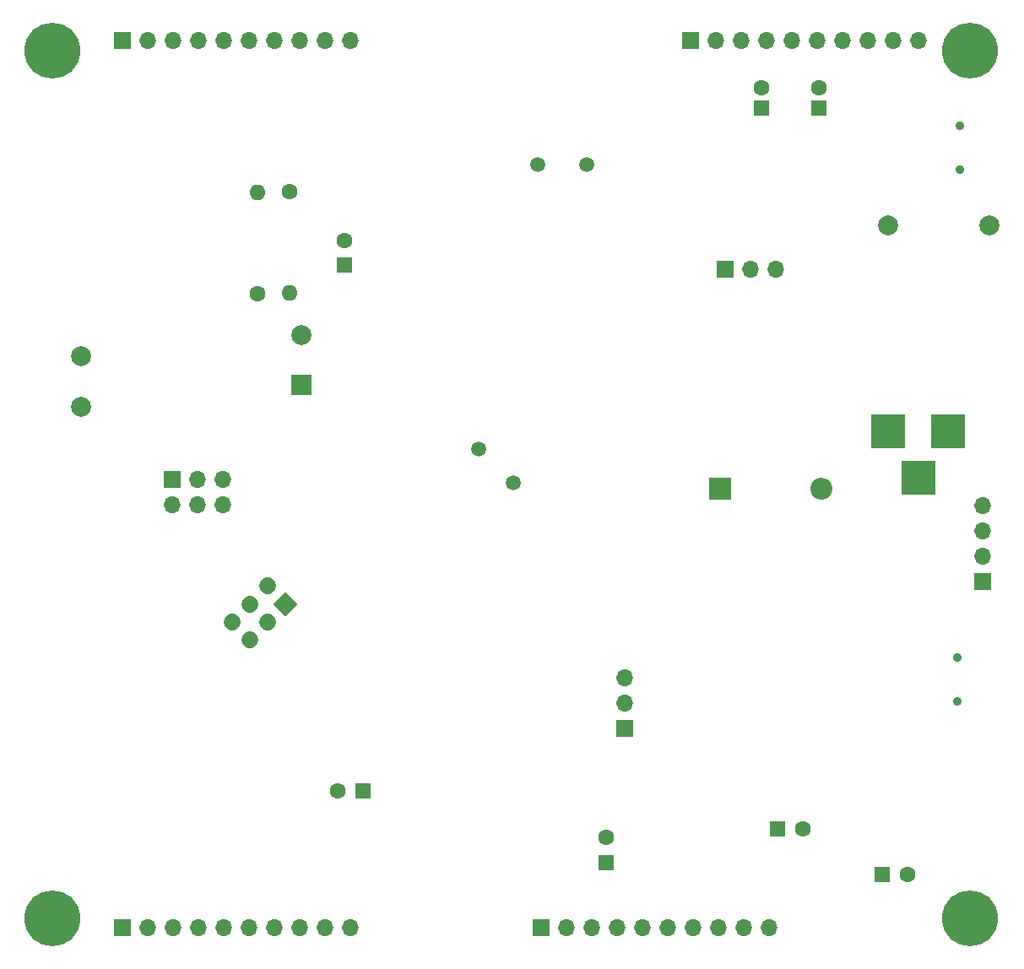
<source format=gbs>
G04 #@! TF.FileFunction,Soldermask,Bot*
%FSLAX46Y46*%
G04 Gerber Fmt 4.6, Leading zero omitted, Abs format (unit mm)*
G04 Created by KiCad (PCBNEW 4.0.7) date 07/03/20 06:06:01*
%MOMM*%
%LPD*%
G01*
G04 APERTURE LIST*
%ADD10C,0.100000*%
%ADD11C,1.600000*%
%ADD12O,1.600000X1.600000*%
%ADD13R,2.000000X2.000000*%
%ADD14C,2.000000*%
%ADD15C,1.998980*%
%ADD16C,5.600000*%
%ADD17R,3.500000X3.500000*%
%ADD18R,1.600000X1.600000*%
%ADD19R,1.700000X1.700000*%
%ADD20O,1.700000X1.700000*%
%ADD21C,0.900000*%
%ADD22C,1.501140*%
%ADD23C,1.700000*%
%ADD24R,2.200000X2.200000*%
%ADD25O,2.200000X2.200000*%
G04 APERTURE END LIST*
D10*
D11*
X139620000Y-68370000D03*
D12*
X139620000Y-58210000D03*
D13*
X143960000Y-77510000D03*
D14*
X143960000Y-72510000D03*
D11*
X142810000Y-58170000D03*
D12*
X142810000Y-68330000D03*
D15*
X121920000Y-74676000D03*
X121920000Y-79756000D03*
D16*
X211000000Y-44000000D03*
X119000000Y-44000000D03*
X119000000Y-131000000D03*
X211000000Y-131000000D03*
D15*
X213001260Y-61490000D03*
X202841260Y-61490000D03*
D17*
X202850000Y-82150000D03*
X208850000Y-82150000D03*
X205850000Y-86850000D03*
D18*
X195850000Y-49740000D03*
D11*
X195850000Y-47740000D03*
D18*
X148336000Y-65532000D03*
D11*
X148336000Y-63032000D03*
D18*
X190140000Y-49740000D03*
D11*
X190140000Y-47740000D03*
D19*
X183000000Y-43000000D03*
D20*
X185540000Y-43000000D03*
X188080000Y-43000000D03*
X190620000Y-43000000D03*
X193160000Y-43000000D03*
X195700000Y-43000000D03*
X198240000Y-43000000D03*
X200780000Y-43000000D03*
X203320000Y-43000000D03*
X205860000Y-43000000D03*
D19*
X168000000Y-132000000D03*
D20*
X170540000Y-132000000D03*
X173080000Y-132000000D03*
X175620000Y-132000000D03*
X178160000Y-132000000D03*
X180700000Y-132000000D03*
X183240000Y-132000000D03*
X185780000Y-132000000D03*
X188320000Y-132000000D03*
X190860000Y-132000000D03*
D19*
X126000000Y-132000000D03*
D20*
X128540000Y-132000000D03*
X131080000Y-132000000D03*
X133620000Y-132000000D03*
X136160000Y-132000000D03*
X138700000Y-132000000D03*
X141240000Y-132000000D03*
X143780000Y-132000000D03*
X146320000Y-132000000D03*
X148860000Y-132000000D03*
D19*
X126000000Y-43000000D03*
D20*
X128540000Y-43000000D03*
X131080000Y-43000000D03*
X133620000Y-43000000D03*
X136160000Y-43000000D03*
X138700000Y-43000000D03*
X141240000Y-43000000D03*
X143780000Y-43000000D03*
X146320000Y-43000000D03*
X148860000Y-43000000D03*
D21*
X209990000Y-55930000D03*
X209990000Y-51530000D03*
X209725000Y-109300000D03*
X209725000Y-104900000D03*
D22*
X172570940Y-55470000D03*
X167689060Y-55470000D03*
X165251005Y-87376005D03*
X161798995Y-83923995D03*
D19*
X186500000Y-65900000D03*
D20*
X189040000Y-65900000D03*
X191580000Y-65900000D03*
D10*
G36*
X143602082Y-99500000D02*
X142400000Y-100702082D01*
X141197918Y-99500000D01*
X142400000Y-98297918D01*
X143602082Y-99500000D01*
X143602082Y-99500000D01*
G37*
D23*
X140603949Y-97703949D02*
X140603949Y-97703949D01*
X140603949Y-101296051D02*
X140603949Y-101296051D01*
X138807898Y-99500000D02*
X138807898Y-99500000D01*
X138807898Y-103092102D02*
X138807898Y-103092102D01*
X137011846Y-101296051D02*
X137011846Y-101296051D01*
D19*
X131040000Y-87010000D03*
D20*
X131040000Y-89550000D03*
X133580000Y-87010000D03*
X133580000Y-89550000D03*
X136120000Y-87010000D03*
X136120000Y-89550000D03*
D18*
X150150000Y-118250000D03*
D11*
X147650000Y-118250000D03*
D24*
X185975000Y-87925000D03*
D25*
X196135000Y-87925000D03*
D18*
X191750000Y-122050000D03*
D11*
X194250000Y-122050000D03*
D18*
X174550000Y-125430000D03*
D11*
X174550000Y-122930000D03*
D18*
X202270000Y-126630000D03*
D11*
X204770000Y-126630000D03*
D19*
X212300000Y-97250000D03*
D20*
X212300000Y-94710000D03*
X212300000Y-92170000D03*
X212300000Y-89630000D03*
D19*
X176425000Y-111950000D03*
D20*
X176425000Y-109410000D03*
X176425000Y-106870000D03*
M02*

</source>
